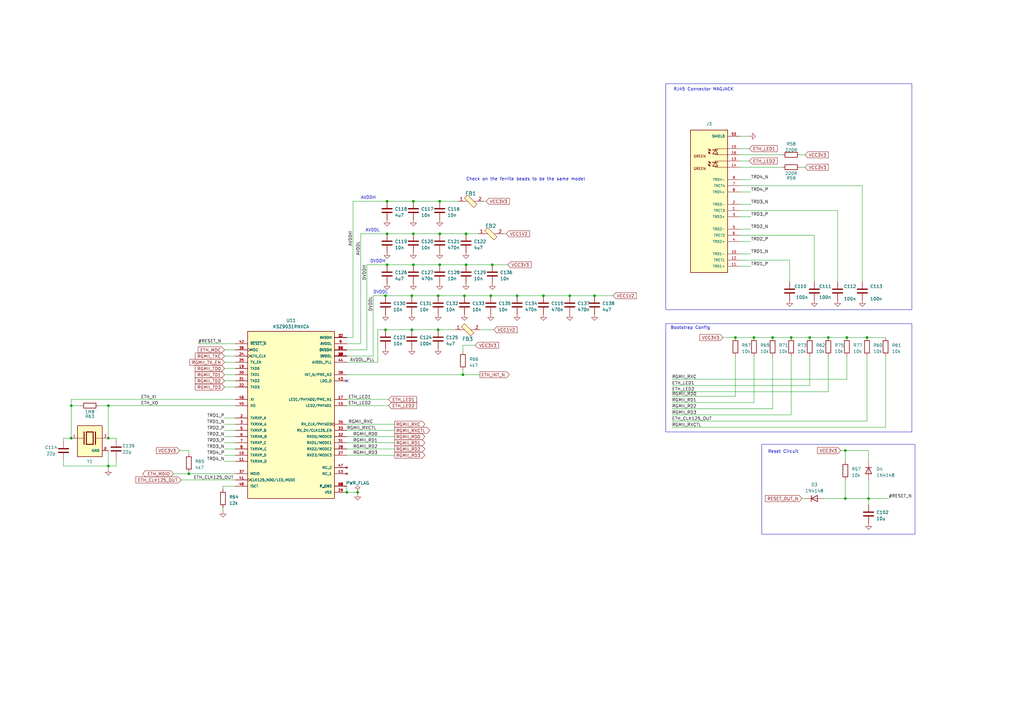
<source format=kicad_sch>
(kicad_sch (version 20230121) (generator eeschema)
  (paper "A3")
  (lib_symbols
    (symbol "ABM8G-27.000MHZ-18-D2Y-T:ABM8G-27.000MHZ-18-D2Y-T" (pin_names (offset 1.016))
      (property "Reference" "Y" (at -5.0878 6.3559 0))
      (property "Value" "ABM8G-27.000MHZ-18-D2Y-T" (at -5.0944 -10.16 0))
      (symbol "ABM8G-27.000MHZ-18-D2Y-T_0_0"
        (rectangle (start -5.08 -7.62) (end 5.08 5.08) (stroke (width 0.254)) (fill (type background)))
        (polyline (pts (xy -5.08 0) (xy -2.54 0)) (stroke (width 0.1524)))
        (polyline (pts (xy -2.3368 2.54) (xy -2.3368 -2.54)) (stroke (width 0.4064)))
        (polyline (pts (xy -1.397 2.54) (xy -1.397 -2.54)) (stroke (width 0.4064)))
        (polyline (pts (xy -1.397 2.54) (xy 1.397 2.54)) (stroke (width 0.4064)))
        (polyline (pts (xy 1.397 -2.54) (xy -1.397 -2.54)) (stroke (width 0.4064)))
        (polyline (pts (xy 1.397 2.54) (xy 1.397 -2.54)) (stroke (width 0.4064)))
        (polyline (pts (xy 2.3368 2.54) (xy 2.3368 -2.54)) (stroke (width 0.4064)))
        (polyline (pts (xy 2.54 0) (xy 5.08 0)) (stroke (width 0.1524)))
        (pin passive line (at -7.62 0 0) (length 2.54) (name "~") (number "1"))
        (pin power_in line (at 7.62 -5.08 180) (length 2.54) (name "GND") (number "2"))
        (pin passive line (at 7.62 0 180) (length 2.54) (name "~") (number "3"))
        (pin power_in line (at 7.62 -5.08 180) (length 2.54) (name "GND") (number "4"))
      )
    )
    (symbol "Device:C" (pin_numbers hide) (pin_names (offset 0.254))
      (property "Reference" "C" (at 0.635 2.54 0))
      (property "Value" "C" (at 0.635 -2.54 0))
      (symbol "C_0_1"
        (polyline (pts (xy -2.032 -0.762) (xy 2.032 -0.762)) (stroke (width 0.508)))
        (polyline (pts (xy -2.032 0.762) (xy 2.032 0.762)) (stroke (width 0.508)))
      )
      (symbol "C_1_1"
        (pin passive line (at 0 3.81 270) (length 2.794) (name "~") (number "1"))
        (pin passive line (at 0 -3.81 90) (length 2.794) (name "~") (number "2"))
      )
    )
    (symbol "Device:R" (pin_numbers hide) (pin_names (offset 0))
      (property "Reference" "R" (at 2.032 0 90))
      (property "Value" "R" (at 0 0 90))
      (symbol "R_0_1"
        (rectangle (start -1.016 -2.54) (end 1.016 2.54) (stroke (width 0.254)))
      )
      (symbol "R_1_1"
        (pin passive line (at 0 3.81 270) (length 1.27) (name "~") (number "1"))
        (pin passive line (at 0 -3.81 90) (length 1.27) (name "~") (number "2"))
      )
    )
    (symbol "Diode:1N4148" (pin_numbers hide) (pin_names hide)
      (property "Reference" "D" (at 0 2.54 0))
      (property "Value" "1N4148" (at 0 -2.54 0))
      (symbol "1N4148_0_1"
        (polyline (pts (xy -1.27 1.27) (xy -1.27 -1.27)) (stroke (width 0.254)))
        (polyline (pts (xy 1.27 0) (xy -1.27 0)))
        (polyline (pts (xy 1.27 1.27) (xy 1.27 -1.27) (xy -1.27 0) (xy 1.27 1.27)) (stroke (width 0.254)))
      )
      (symbol "1N4148_1_1"
        (pin passive line (at -3.81 0 0) (length 2.54) (name "K") (number "1"))
        (pin passive line (at 3.81 0 180) (length 2.54) (name "A") (number "2"))
      )
    )
    (symbol "KSZ9031RNXCA:KSZ9031RNXCA" (pin_names (offset 1.016))
      (property "Reference" "U" (at -17.78 34.29 0))
      (property "Value" "KSZ9031RNXCA" (at -17.78 -36.83 0))
      (symbol "KSZ9031RNXCA_0_0"
        (rectangle (start -17.78 -35.56) (end 17.78 33.02) (stroke (width 0.254)) (fill (type background)))
        (pin power_in line (at 22.86 30.48 180) (length 5.08) (name "AVDDH") (number "1"))
        (pin bidirectional line (at -22.86 -17.78 0) (length 5.08) (name "TXRXP_D") (number "10"))
        (pin bidirectional line (at -22.86 -20.32 0) (length 5.08) (name "TXRXM_D") (number "11"))
        (pin power_in line (at 22.86 30.48 180) (length 5.08) (name "AVDDH") (number "12"))
        (pin no_connect line (at 22.86 -25.4 180) (length 5.08) (name "NC_1") (number "13"))
        (pin power_in line (at 22.86 22.86 180) (length 5.08) (name "DVDDL") (number "14"))
        (pin bidirectional line (at 22.86 2.54 180) (length 5.08) (name "LED2/PHYAD1") (number "15"))
        (pin power_in line (at 22.86 25.4 180) (length 5.08) (name "DVDDH") (number "16"))
        (pin bidirectional line (at 22.86 5.08 180) (length 5.08) (name "LED1/PHYAD0/PME_N1") (number "17"))
        (pin power_in line (at 22.86 22.86 180) (length 5.08) (name "DVDDL") (number "18"))
        (pin input line (at -22.86 17.78 0) (length 5.08) (name "TXD0") (number "19"))
        (pin bidirectional line (at -22.86 -2.54 0) (length 5.08) (name "TXRXP_A") (number "2"))
        (pin input line (at -22.86 15.24 0) (length 5.08) (name "TXD1") (number "20"))
        (pin input line (at -22.86 12.7 0) (length 5.08) (name "TXD2") (number "21"))
        (pin input line (at -22.86 10.16 0) (length 5.08) (name "TXD3") (number "22"))
        (pin power_in line (at 22.86 22.86 180) (length 5.08) (name "DVDDL") (number "23"))
        (pin input clock (at -22.86 22.86 0) (length 5.08) (name "GTX_CLK") (number "24"))
        (pin input line (at -22.86 20.32 0) (length 5.08) (name "TX_EN") (number "25"))
        (pin power_in line (at 22.86 22.86 180) (length 5.08) (name "DVDDL") (number "26"))
        (pin bidirectional line (at 22.86 -17.78 180) (length 5.08) (name "RXD3/MODE3") (number "27"))
        (pin bidirectional line (at 22.86 -15.24 180) (length 5.08) (name "RXD2/MODE2") (number "28"))
        (pin power_in line (at 22.86 -33.02 180) (length 5.08) (name "VSS") (number "29"))
        (pin bidirectional line (at -22.86 -5.08 0) (length 5.08) (name "TXRXM_A") (number "3"))
        (pin power_in line (at 22.86 22.86 180) (length 5.08) (name "DVDDL") (number "30"))
        (pin bidirectional line (at 22.86 -12.7 180) (length 5.08) (name "RXD1/MODE1") (number "31"))
        (pin bidirectional line (at 22.86 -10.16 180) (length 5.08) (name "RXD0/MODE0") (number "32"))
        (pin bidirectional line (at 22.86 -7.62 180) (length 5.08) (name "RX_DV/CLK125_EN") (number "33"))
        (pin power_in line (at 22.86 25.4 180) (length 5.08) (name "DVDDH") (number "34"))
        (pin bidirectional clock (at 22.86 -5.08 180) (length 5.08) (name "RX_CLK/PHYAD2") (number "35"))
        (pin input clock (at -22.86 25.4 0) (length 5.08) (name "MDC") (number "36"))
        (pin bidirectional line (at -22.86 -25.4 0) (length 5.08) (name "MDIO") (number "37"))
        (pin output line (at 22.86 15.24 180) (length 5.08) (name "INT_N/PME_N2") (number "38"))
        (pin power_in line (at 22.86 22.86 180) (length 5.08) (name "DVDDL") (number "39"))
        (pin power_in line (at 22.86 27.94 180) (length 5.08) (name "AVDDL") (number "4"))
        (pin power_in line (at 22.86 25.4 180) (length 5.08) (name "DVDDH") (number "40"))
        (pin bidirectional clock (at -22.86 -27.94 0) (length 5.08) (name "CLK125_NDO/LED_MODE") (number "41"))
        (pin input line (at -22.86 27.94 0) (length 5.08) (name "~{RESET_N}") (number "42"))
        (pin output line (at 22.86 12.7 180) (length 5.08) (name "LDO_O") (number "43"))
        (pin power_in line (at 22.86 20.32 180) (length 5.08) (name "AVDDL_PLL") (number "44"))
        (pin output line (at -22.86 2.54 0) (length 5.08) (name "XO") (number "45"))
        (pin input line (at -22.86 5.08 0) (length 5.08) (name "XI") (number "46"))
        (pin no_connect line (at 22.86 -22.86 180) (length 5.08) (name "NC_2") (number "47"))
        (pin bidirectional line (at -22.86 -30.48 0) (length 5.08) (name "ISET") (number "48"))
        (pin power_in line (at 22.86 -30.48 180) (length 5.08) (name "P_GND") (number "49"))
        (pin bidirectional line (at -22.86 -7.62 0) (length 5.08) (name "TXRXP_B") (number "5"))
        (pin power_in line (at 22.86 -30.48 180) (length 5.08) (name "P_GND") (number "50"))
        (pin power_in line (at 22.86 -30.48 180) (length 5.08) (name "P_GND") (number "51"))
        (pin power_in line (at 22.86 -30.48 180) (length 5.08) (name "P_GND") (number "52"))
        (pin power_in line (at 22.86 -30.48 180) (length 5.08) (name "P_GND") (number "53"))
        (pin bidirectional line (at -22.86 -10.16 0) (length 5.08) (name "TXRXM_B") (number "6"))
        (pin bidirectional line (at -22.86 -12.7 0) (length 5.08) (name "TXRXP_C") (number "7"))
        (pin bidirectional line (at -22.86 -15.24 0) (length 5.08) (name "TXRXM_C") (number "8"))
        (pin power_in line (at 22.86 27.94 180) (length 5.08) (name "AVDDL") (number "9"))
      )
    )
    (symbol "L834-1G1T-S7:L834-1G1T-S7" (pin_names (offset 1.016))
      (property "Reference" "J" (at -7.62 29.21 0))
      (property "Value" "L834-1G1T-S7" (at -7.62 -31.75 0))
      (symbol "L834-1G1T-S7_0_0"
        (rectangle (start -7.62 -30.48) (end 7.62 27.94) (stroke (width 0.254)) (fill (type background)))
        (polyline (pts (xy -7.62 -20.32) (xy -2.54 -20.32)) (stroke (width 0.1524)))
        (polyline (pts (xy -7.62 -15.24) (xy -2.54 -15.24)) (stroke (width 0.1524)))
        (polyline (pts (xy -3.683 -22.352) (xy -2.54 -22.352)) (stroke (width 0.254)))
        (polyline (pts (xy -3.683 -17.272) (xy -2.54 -17.272)) (stroke (width 0.254)))
        (polyline (pts (xy -3.556 -20.701) (xy -2.54 -22.352)) (stroke (width 0.254)))
        (polyline (pts (xy -3.556 -20.701) (xy -1.524 -20.701)) (stroke (width 0.254)))
        (polyline (pts (xy -3.556 -15.621) (xy -2.54 -17.272)) (stroke (width 0.254)))
        (polyline (pts (xy -3.556 -15.621) (xy -1.524 -15.621)) (stroke (width 0.254)))
        (polyline (pts (xy -2.54 -22.86) (xy -7.62 -22.86)) (stroke (width 0.1524)))
        (polyline (pts (xy -2.54 -22.479) (xy -2.54 -22.86)) (stroke (width 0.1524)))
        (polyline (pts (xy -2.54 -22.352) (xy -1.524 -20.701)) (stroke (width 0.254)))
        (polyline (pts (xy -2.54 -22.352) (xy -1.27 -22.352)) (stroke (width 0.254)))
        (polyline (pts (xy -2.54 -20.32) (xy -2.54 -20.574)) (stroke (width 0.1524)))
        (polyline (pts (xy -2.54 -17.78) (xy -7.62 -17.78)) (stroke (width 0.1524)))
        (polyline (pts (xy -2.54 -17.399) (xy -2.54 -17.78)) (stroke (width 0.1524)))
        (polyline (pts (xy -2.54 -17.272) (xy -1.524 -15.621)) (stroke (width 0.254)))
        (polyline (pts (xy -2.54 -17.272) (xy -1.27 -17.272)) (stroke (width 0.254)))
        (polyline (pts (xy -2.54 -15.24) (xy -2.54 -15.494)) (stroke (width 0.1524)))
        (polyline (pts (xy -0.762 -21.717) (xy 0.254 -22.733)) (stroke (width 0.1524)))
        (polyline (pts (xy -0.762 -16.637) (xy 0.254 -17.653)) (stroke (width 0.1524)))
        (polyline (pts (xy -0.635 -20.574) (xy 0.381 -21.59)) (stroke (width 0.1524)))
        (polyline (pts (xy -0.635 -15.494) (xy 0.381 -16.51)) (stroke (width 0.1524)))
        (polyline (pts (xy 0.254 -22.733) (xy -0.127 -21.844) (xy -0.635 -22.352) (xy 0.254 -22.733)) (stroke (width 0.1524)) (fill (type outline)))
        (polyline (pts (xy 0.254 -17.653) (xy -0.127 -16.764) (xy -0.635 -17.272) (xy 0.254 -17.653)) (stroke (width 0.1524)) (fill (type outline)))
        (polyline (pts (xy 0.381 -21.59) (xy 0 -20.701) (xy -0.508 -21.209) (xy 0.381 -21.59)) (stroke (width 0.1524)) (fill (type outline)))
        (polyline (pts (xy 0.381 -16.51) (xy 0 -15.621) (xy -0.508 -16.129) (xy 0.381 -16.51)) (stroke (width 0.1524)) (fill (type outline)))
        (text "GREEN" (at 1.27 -20.32 0) (effects (font (size 1.016 1.016)) (justify left top)))
        (text "GREEN" (at 1.27 -15.24 0) (effects (font (size 1.016 1.016)) (justify left top)))
        (pin passive line (at -12.7 2.54 0) (length 5.08) (name "TRCT3") (number "1"))
        (pin passive line (at -12.7 20.32 0) (length 5.08) (name "TRD1-") (number "10"))
        (pin passive line (at -12.7 25.4 0) (length 5.08) (name "TRD1+") (number "11"))
        (pin passive line (at -12.7 22.86 0) (length 5.08) (name "TRCT1") (number "12"))
        (pin passive line (at -12.7 -17.78 0) (length 5.08) (name "~") (number "13"))
        (pin passive line (at -12.7 -15.24 0) (length 5.08) (name "~") (number "14"))
        (pin passive line (at -12.7 -22.86 0) (length 5.08) (name "~") (number "15"))
        (pin passive line (at -12.7 -20.32 0) (length 5.08) (name "~") (number "16"))
        (pin passive line (at -12.7 0 0) (length 5.08) (name "TRD3-") (number "2"))
        (pin passive line (at -12.7 5.08 0) (length 5.08) (name "TRD3+") (number "3"))
        (pin passive line (at -12.7 15.24 0) (length 5.08) (name "TRD2+") (number "4"))
        (pin passive line (at -12.7 10.16 0) (length 5.08) (name "TRD2-") (number "5"))
        (pin passive line (at -12.7 12.7 0) (length 5.08) (name "TRCT2") (number "6"))
        (pin passive line (at -12.7 -7.62 0) (length 5.08) (name "TRCT4") (number "7"))
        (pin passive line (at -12.7 -5.08 0) (length 5.08) (name "TRD4+") (number "8"))
        (pin passive line (at -12.7 -10.16 0) (length 5.08) (name "TRD4-") (number "9"))
        (pin passive line (at -12.7 -27.94 0) (length 5.08) (name "SHIELD") (number "S1"))
        (pin passive line (at -12.7 -27.94 0) (length 5.08) (name "SHIELD") (number "S2"))
      )
    )
    (symbol "dk_Ferrite-Beads-and-Chips:BLM18PG121SN1D" (pin_names (offset 1.016))
      (property "Reference" "FB" (at -3.81 3.81 0))
      (property "Value" "BLM18PG121SN1D" (at 0 -3.81 0))
      (symbol "BLM18PG121SN1D_0_1"
        (polyline (pts (xy -1.27 0) (xy -2.54 0)))
        (polyline (pts (xy 1.27 0) (xy 2.54 0)))
        (polyline (pts (xy -1.27 2.54) (xy -2.54 1.27) (xy 1.27 -2.54) (xy 2.54 -1.27) (xy -1.27 2.54)) (fill (type background)))
      )
      (symbol "BLM18PG121SN1D_1_1"
        (pin passive line (at -5.08 0 0) (length 2.54) (name "~") (number "1"))
        (pin passive line (at 5.08 0 180) (length 2.54) (name "~") (number "2"))
      )
    )
    (symbol "power:GND" (power) (pin_names (offset 0))
      (property "Value" "GND" (at 0 -3.81 0))
      (symbol "GND_0_1"
        (polyline (pts (xy 0 0) (xy 0 -1.27) (xy 1.27 -1.27) (xy 0 -2.54) (xy -1.27 -1.27) (xy 0 -1.27)))
      )
      (symbol "GND_1_1"
        (pin power_in line (at 0 0 270) (length 0) hide (name "GND") (number "1"))
      )
    )
    (symbol "power:PWR_FLAG" (power) (pin_numbers hide) (pin_names (offset 0) hide)
      (property "Value" "PWR_FLAG" (at 0 3.81 0))
      (symbol "PWR_FLAG_0_0"
        (pin power_out line (at 0 0 90) (length 0) (name "pwr") (number "1"))
      )
      (symbol "PWR_FLAG_0_1"
        (polyline (pts (xy 0 0) (xy 0 1.27) (xy -1.016 1.905) (xy 0 2.54) (xy 1.016 1.905) (xy 0 1.27)))
      )
    )
  )
  (junction (at 189.865 153.67))
  (junction (at 158.75 95.885))
  (junction (at 191.135 95.885))
  (junction (at 346.71 204.47))
  (junction (at 301.625 138.43))
  (junction (at 180.34 95.885))
  (junction (at 201.93 108.585))
  (junction (at 44.45 166.37))
  (junction (at 347.345 138.43))
  (junction (at 356.235 204.47))
  (junction (at 243.84 121.285))
  (junction (at 146.685 201.93))
  (junction (at 77.47 194.31))
  (junction (at 324.485 138.43))
  (junction (at 169.545 108.585))
  (junction (at 29.21 166.37))
  (junction (at 190.5 121.285))
  (junction (at 44.45 191.135))
  (junction (at 222.885 121.285))
  (junction (at 355.6 138.43))
  (junction (at 316.865 138.43))
  (junction (at 309.245 138.43))
  (junction (at 169.545 95.885))
  (junction (at 168.91 121.285))
  (junction (at 179.705 135.255))
  (junction (at 332.105 138.43))
  (junction (at 158.75 82.55))
  (junction (at 44.45 179.705))
  (junction (at 29.21 179.705))
  (junction (at 212.09 121.285))
  (junction (at 158.115 121.285))
  (junction (at 179.705 121.285))
  (junction (at 233.68 121.285))
  (junction (at 201.295 121.285))
  (junction (at 339.725 138.43))
  (junction (at 158.115 135.255))
  (junction (at 142.24 201.93))
  (junction (at 346.71 184.785))
  (junction (at 168.91 135.255))
  (junction (at 180.34 108.585))
  (junction (at 180.34 82.55))
  (junction (at 191.135 108.585))
  (junction (at 158.75 108.585))
  (junction (at 169.545 82.55))
  (no_connect (at 142.24 156.21))
  (wire (pts (xy 142.24 163.83) (xy 159.385 163.83)))
  (wire (pts (xy 77.47 184.785) (xy 77.47 186.055)))
  (wire (pts (xy 332.105 146.05) (xy 332.105 158.115)))
  (wire (pts (xy 301.625 138.43) (xy 309.245 138.43)))
  (wire (pts (xy 316.865 138.43) (xy 324.485 138.43)))
  (wire (pts (xy 92.075 186.69) (xy 96.52 186.69)))
  (wire (pts (xy 142.24 166.37) (xy 159.385 166.37)))
  (wire (pts (xy 303.53 63.5) (xy 320.675 63.5)))
  (wire (pts (xy 142.24 176.53) (xy 161.925 176.53)))
  (wire (pts (xy 356.235 204.47) (xy 364.49 204.47)))
  (wire (pts (xy 154.94 135.255) (xy 154.94 148.59)))
  (wire (pts (xy 168.91 121.285) (xy 179.705 121.285)))
  (wire (pts (xy 92.075 171.45) (xy 96.52 171.45)))
  (wire (pts (xy 339.725 146.05) (xy 339.725 160.655)))
  (wire (pts (xy 303.53 66.04) (xy 307.34 66.04)))
  (wire (pts (xy 324.485 146.05) (xy 324.485 170.18)))
  (wire (pts (xy 363.22 175.26) (xy 363.22 146.05)))
  (wire (pts (xy 303.53 60.96) (xy 307.34 60.96)))
  (wire (pts (xy 44.45 191.135) (xy 44.45 184.785)))
  (wire (pts (xy 74.295 196.85) (xy 96.52 196.85)))
  (wire (pts (xy 303.53 93.98) (xy 307.975 93.98)))
  (wire (pts (xy 275.59 167.64) (xy 316.865 167.64)))
  (wire (pts (xy 44.45 166.37) (xy 44.45 179.705)))
  (wire (pts (xy 29.21 166.37) (xy 29.21 179.705)))
  (wire (pts (xy 347.345 138.43) (xy 355.6 138.43)))
  (wire (pts (xy 303.53 55.88) (xy 307.34 55.88)))
  (wire (pts (xy 92.075 148.59) (xy 96.52 148.59)))
  (wire (pts (xy 332.105 138.43) (xy 339.725 138.43)))
  (wire (pts (xy 191.135 95.885) (xy 196.215 95.885)))
  (wire (pts (xy 26.035 188.595) (xy 26.035 191.135)))
  (wire (pts (xy 303.53 99.06) (xy 307.975 99.06)))
  (wire (pts (xy 92.075 151.13) (xy 96.52 151.13)))
  (wire (pts (xy 142.24 173.99) (xy 161.925 173.99)))
  (wire (pts (xy 301.625 146.05) (xy 301.625 162.56)))
  (wire (pts (xy 142.24 201.93) (xy 146.685 201.93)))
  (wire (pts (xy 353.695 76.2) (xy 353.695 115.57)))
  (wire (pts (xy 346.71 184.785) (xy 346.71 189.23)))
  (wire (pts (xy 29.21 166.37) (xy 33.02 166.37)))
  (wire (pts (xy 303.53 104.14) (xy 307.975 104.14)))
  (wire (pts (xy 343.535 86.36) (xy 343.535 115.57)))
  (wire (pts (xy 47.625 187.96) (xy 47.625 191.135)))
  (wire (pts (xy 40.64 166.37) (xy 44.45 166.37)))
  (wire (pts (xy 150.495 143.51) (xy 150.495 108.585)))
  (wire (pts (xy 142.24 153.67) (xy 189.865 153.67)))
  (wire (pts (xy 324.485 138.43) (xy 332.105 138.43)))
  (wire (pts (xy 92.075 181.61) (xy 96.52 181.61)))
  (wire (pts (xy 153.035 146.05) (xy 142.24 146.05)))
  (wire (pts (xy 168.91 135.255) (xy 179.705 135.255)))
  (wire (pts (xy 303.53 76.2) (xy 353.695 76.2)))
  (wire (pts (xy 303.53 83.82) (xy 307.975 83.82)))
  (wire (pts (xy 356.235 204.47) (xy 356.235 196.85)))
  (wire (pts (xy 196.85 135.255) (xy 202.565 135.255)))
  (wire (pts (xy 275.59 155.575) (xy 347.345 155.575)))
  (wire (pts (xy 153.035 121.285) (xy 158.115 121.285)))
  (wire (pts (xy 275.59 165.1) (xy 309.245 165.1)))
  (wire (pts (xy 144.78 138.43) (xy 144.78 82.55)))
  (wire (pts (xy 44.45 192.405) (xy 44.45 191.135)))
  (wire (pts (xy 81.28 140.97) (xy 96.52 140.97)))
  (wire (pts (xy 212.09 121.285) (xy 222.885 121.285)))
  (wire (pts (xy 169.545 95.885) (xy 180.34 95.885)))
  (wire (pts (xy 275.59 162.56) (xy 301.625 162.56)))
  (wire (pts (xy 153.035 121.285) (xy 153.035 146.05)))
  (wire (pts (xy 47.625 179.705) (xy 44.45 179.705)))
  (wire (pts (xy 296.545 138.43) (xy 301.625 138.43)))
  (wire (pts (xy 147.955 95.885) (xy 158.75 95.885)))
  (wire (pts (xy 77.47 193.675) (xy 77.47 194.31)))
  (wire (pts (xy 142.24 181.61) (xy 161.925 181.61)))
  (wire (pts (xy 344.805 184.785) (xy 346.71 184.785)))
  (wire (pts (xy 328.93 204.47) (xy 330.2 204.47)))
  (wire (pts (xy 347.345 146.05) (xy 347.345 155.575)))
  (wire (pts (xy 180.34 95.885) (xy 191.135 95.885)))
  (wire (pts (xy 146.685 201.93) (xy 146.685 202.565)))
  (wire (pts (xy 194.945 141.605) (xy 189.865 141.605)))
  (wire (pts (xy 29.21 163.83) (xy 29.21 166.37)))
  (wire (pts (xy 180.34 108.585) (xy 191.135 108.585)))
  (wire (pts (xy 355.6 146.05) (xy 355.6 172.72)))
  (wire (pts (xy 73.66 184.785) (xy 77.47 184.785)))
  (wire (pts (xy 303.53 88.9) (xy 307.975 88.9)))
  (wire (pts (xy 189.865 141.605) (xy 189.865 144.145)))
  (wire (pts (xy 158.75 82.55) (xy 169.545 82.55)))
  (wire (pts (xy 337.82 204.47) (xy 346.71 204.47)))
  (wire (pts (xy 92.075 179.07) (xy 96.52 179.07)))
  (wire (pts (xy 91.44 208.28) (xy 91.44 209.55)))
  (wire (pts (xy 147.955 140.97) (xy 147.955 95.885)))
  (wire (pts (xy 303.53 73.66) (xy 307.975 73.66)))
  (wire (pts (xy 198.12 82.55) (xy 199.39 82.55)))
  (wire (pts (xy 303.53 78.74) (xy 307.975 78.74)))
  (wire (pts (xy 144.78 82.55) (xy 158.75 82.55)))
  (wire (pts (xy 142.24 138.43) (xy 144.78 138.43)))
  (wire (pts (xy 303.53 86.36) (xy 343.535 86.36)))
  (wire (pts (xy 206.375 95.885) (xy 207.645 95.885)))
  (wire (pts (xy 190.5 121.285) (xy 201.295 121.285)))
  (wire (pts (xy 150.495 108.585) (xy 158.75 108.585)))
  (wire (pts (xy 201.93 108.585) (xy 208.28 108.585)))
  (wire (pts (xy 323.85 106.68) (xy 323.85 115.57)))
  (wire (pts (xy 356.235 184.785) (xy 356.235 189.23)))
  (wire (pts (xy 92.075 173.99) (xy 96.52 173.99)))
  (wire (pts (xy 77.47 194.31) (xy 96.52 194.31)))
  (wire (pts (xy 189.865 153.67) (xy 189.865 151.765)))
  (wire (pts (xy 96.52 199.39) (xy 91.44 199.39)))
  (wire (pts (xy 26.035 179.705) (xy 26.035 180.975)))
  (wire (pts (xy 169.545 108.585) (xy 180.34 108.585)))
  (wire (pts (xy 346.71 184.785) (xy 356.235 184.785)))
  (wire (pts (xy 339.725 138.43) (xy 347.345 138.43)))
  (wire (pts (xy 142.24 143.51) (xy 150.495 143.51)))
  (wire (pts (xy 334.01 96.52) (xy 334.01 115.57)))
  (wire (pts (xy 92.075 189.23) (xy 96.52 189.23)))
  (wire (pts (xy 92.075 146.05) (xy 96.52 146.05)))
  (wire (pts (xy 243.84 121.285) (xy 251.46 121.285)))
  (wire (pts (xy 92.075 153.67) (xy 96.52 153.67)))
  (wire (pts (xy 356.235 204.47) (xy 356.235 207.01)))
  (wire (pts (xy 26.035 179.705) (xy 29.21 179.705)))
  (wire (pts (xy 26.035 191.135) (xy 44.45 191.135)))
  (wire (pts (xy 92.075 156.21) (xy 96.52 156.21)))
  (wire (pts (xy 142.24 140.97) (xy 147.955 140.97)))
  (wire (pts (xy 169.545 82.55) (xy 180.34 82.55)))
  (wire (pts (xy 142.24 199.39) (xy 142.24 201.93)))
  (wire (pts (xy 91.44 199.39) (xy 91.44 200.66)))
  (wire (pts (xy 328.295 68.58) (xy 330.2 68.58)))
  (wire (pts (xy 158.75 108.585) (xy 169.545 108.585)))
  (wire (pts (xy 142.24 179.07) (xy 161.925 179.07)))
  (wire (pts (xy 303.53 106.68) (xy 323.85 106.68)))
  (wire (pts (xy 275.59 158.115) (xy 332.105 158.115)))
  (wire (pts (xy 201.295 121.285) (xy 212.09 121.285)))
  (wire (pts (xy 222.885 121.285) (xy 233.68 121.285)))
  (wire (pts (xy 309.245 146.05) (xy 309.245 165.1)))
  (wire (pts (xy 233.68 121.285) (xy 243.84 121.285)))
  (wire (pts (xy 189.865 153.67) (xy 196.85 153.67)))
  (wire (pts (xy 179.705 135.255) (xy 186.69 135.255)))
  (wire (pts (xy 158.75 95.885) (xy 169.545 95.885)))
  (wire (pts (xy 92.075 176.53) (xy 96.52 176.53)))
  (wire (pts (xy 346.71 196.85) (xy 346.71 204.47)))
  (wire (pts (xy 44.45 166.37) (xy 96.52 166.37)))
  (wire (pts (xy 154.94 148.59) (xy 142.24 148.59)))
  (wire (pts (xy 275.59 172.72) (xy 355.6 172.72)))
  (wire (pts (xy 316.865 146.05) (xy 316.865 167.64)))
  (wire (pts (xy 47.625 179.705) (xy 47.625 180.34)))
  (wire (pts (xy 346.71 204.47) (xy 356.235 204.47)))
  (wire (pts (xy 180.34 82.55) (xy 187.96 82.55)))
  (wire (pts (xy 275.59 170.18) (xy 324.485 170.18)))
  (wire (pts (xy 275.59 160.655) (xy 339.725 160.655)))
  (wire (pts (xy 154.94 135.255) (xy 158.115 135.255)))
  (wire (pts (xy 71.12 194.31) (xy 77.47 194.31)))
  (wire (pts (xy 303.53 96.52) (xy 334.01 96.52)))
  (wire (pts (xy 92.075 184.15) (xy 96.52 184.15)))
  (wire (pts (xy 179.705 121.285) (xy 190.5 121.285)))
  (wire (pts (xy 191.135 108.585) (xy 201.93 108.585)))
  (wire (pts (xy 275.59 175.26) (xy 363.22 175.26)))
  (wire (pts (xy 92.075 158.75) (xy 96.52 158.75)))
  (wire (pts (xy 303.53 109.22) (xy 307.975 109.22)))
  (wire (pts (xy 44.45 191.135) (xy 47.625 191.135)))
  (wire (pts (xy 29.21 163.83) (xy 96.52 163.83)))
  (wire (pts (xy 92.075 143.51) (xy 96.52 143.51)))
  (wire (pts (xy 355.6 138.43) (xy 363.22 138.43)))
  (wire (pts (xy 142.24 184.15) (xy 161.925 184.15)))
  (wire (pts (xy 158.115 135.255) (xy 168.91 135.255)))
  (wire (pts (xy 142.24 186.69) (xy 161.925 186.69)))
  (wire (pts (xy 303.53 68.58) (xy 320.675 68.58)))
  (wire (pts (xy 309.245 138.43) (xy 316.865 138.43)))
  (wire (pts (xy 328.295 63.5) (xy 330.2 63.5)))
  (wire (pts (xy 158.115 121.285) (xy 168.91 121.285)))
  (rectangle (start 273.05 34.29) (end 374.015 127))
  (rectangle (start 273.05 132.715) (end 374.015 177.165))
  (rectangle (start 312.42 182.245) (end 375.285 219.075))
  (text "AVDDL\n" (at 149.86 95.25 0) (effects (font (size 1.27 1.27)) (justify left bottom)))
  (text "DVDDL\n" (at 153.035 120.65 0) (effects (font (size 1.27 1.27)) (justify left bottom)))
  (text "Reset Circuit\n" (at 314.96 186.055 0) (effects (font (size 1.27 1.27)) (justify left bottom)))
  (text "Bootstrap Config\n" (at 274.955 135.255 0) (effects (font (size 1.27 1.27)) (justify left bottom)))
  (text "AVDDH\n" (at 147.955 81.915 0) (effects (font (size 1.27 1.27)) (justify left bottom)))
  (text "Check on the ferrite beads to be the same model\n" (at 191.135 74.295 0) (effects (font (size 1.27 1.27)) (justify left bottom)))
  (text "DVDDH\n" (at 151.765 107.95 0) (effects (font (size 1.27 1.27)) (justify left bottom)))
  (text "RJ45 Connector MAGJACK\n" (at 276.225 37.465 0) (effects (font (size 1.27 1.27)) (justify left bottom)))
  (label "RGMII_RXCTL" (at 275.59 175.26 0))
  (label "TRD2_N" (at 92.075 179.07 180))
  (label "RGMII_RD1" (at 275.59 165.1 0))
  (label "ETH_XO" (at 57.785 166.37 0))
  (label "TRD3_N" (at 307.975 83.82 0))
  (label "TRD1_N" (at 92.075 173.99 180))
  (label "AVDDH" (at 144.78 100.965 90))
  (label "RGMII_RD3" (at 275.59 170.18 0))
  (label "AVDDL" (at 147.955 104.775 90))
  (label "TRD1_N" (at 307.975 104.14 0))
  (label "TRD2_P" (at 92.075 176.53 180))
  (label "#RESET_N" (at 364.49 204.47 0))
  (label "#RESET_N" (at 81.28 140.97 0))
  (label "RGMII_RXC" (at 142.875 173.99 0))
  (label "AVDDL_PLL" (at 143.51 148.59 0))
  (label "ETH_LED2" (at 275.59 160.655 0))
  (label "TRD1_P" (at 307.975 109.22 0))
  (label "ETH_LED1" (at 142.875 163.83 0))
  (label "RGMII_RD2" (at 144.78 184.15 0))
  (label "TRD3_P" (at 307.975 88.9 0))
  (label "RGMII_RXC" (at 275.59 155.575 0))
  (label "TRD2_N" (at 307.975 93.98 0))
  (label "TRD3_P" (at 92.075 181.61 180))
  (label "ETH_XI" (at 57.785 163.83 0))
  (label "ETH_LED1" (at 275.59 158.115 0))
  (label "DVDDH" (at 150.495 114.935 90))
  (label "RGMII_RD1" (at 144.78 181.61 0))
  (label "RGMII_RD0" (at 144.78 179.07 0))
  (label "RGMII_RD0" (at 275.59 162.56 0))
  (label "ETH_LED2" (at 142.875 166.37 0))
  (label "TRD4_P" (at 92.075 186.69 180))
  (label "ETH_CLK125_OUT" (at 79.375 196.85 0))
  (label "TRD2_P" (at 307.975 99.06 0))
  (label "TRD4_P" (at 307.975 78.74 0))
  (label "RGMII_RXCTL" (at 142.24 176.53 0))
  (label "TRD3_N" (at 92.075 184.15 180))
  (label "RGMII_RD2" (at 275.59 167.64 0))
  (label "DVDDL" (at 153.035 127.635 90))
  (label "ETH_CLK125_OUT" (at 275.59 172.72 0))
  (label "RGMII_RD3" (at 144.78 186.69 0))
  (label "TRD4_N" (at 92.075 189.23 180))
  (label "TRD1_P" (at 92.075 171.45 180))
  (label "TRD4_N" (at 307.975 73.66 0))
  (global_label "ETH_LED2" (shape input) (at 159.385 166.37 0) (property "Intersheetrefs" "${INTERSHEET_REFS}" (effects hide)))
  (global_label "RGMII_TD2" (shape input) (at 92.075 156.21 180) (property "Intersheetrefs" "${INTERSHEET_REFS}" (effects hide)))
  (global_label "VCC3V3" (shape input) (at 330.2 63.5 0) (property "Intersheetrefs" "${INTERSHEET_REFS}" (effects hide)))
  (global_label "ETH_CLK125_OUT" (shape input) (at 74.295 196.85 180) (property "Intersheetrefs" "${INTERSHEET_REFS}" (effects hide)))
  (global_label "RGMII_TD3" (shape input) (at 92.075 158.75 180) (property "Intersheetrefs" "${INTERSHEET_REFS}" (effects hide)))
  (global_label "RGMII_TXC" (shape input) (at 92.075 146.05 180) (property "Intersheetrefs" "${INTERSHEET_REFS}" (effects hide)))
  (global_label "ETH_INT_N" (shape output) (at 196.85 153.67 0) (property "Intersheetrefs" "${INTERSHEET_REFS}" (effects hide)))
  (global_label "ETH_LED1" (shape input) (at 159.385 163.83 0) (property "Intersheetrefs" "${INTERSHEET_REFS}" (effects hide)))
  (global_label "RGMII_RD0" (shape output) (at 161.925 179.07 0) (property "Intersheetrefs" "${INTERSHEET_REFS}" (effects hide)))
  (global_label "VCC1V2" (shape input) (at 251.46 121.285 0) (property "Intersheetrefs" "${INTERSHEET_REFS}" (effects hide)))
  (global_label "RGMII_RXC" (shape output) (at 161.925 173.99 0) (property "Intersheetrefs" "${INTERSHEET_REFS}" (effects hide)))
  (global_label "RGMII_RD2" (shape output) (at 161.925 184.15 0) (property "Intersheetrefs" "${INTERSHEET_REFS}" (effects hide)))
  (global_label "ETH_LED1" (shape input) (at 307.34 60.96 0) (property "Intersheetrefs" "${INTERSHEET_REFS}" (effects hide)))
  (global_label "RGMII_TD0" (shape input) (at 92.075 151.13 180) (property "Intersheetrefs" "${INTERSHEET_REFS}" (effects hide)))
  (global_label "VCC3V3" (shape input) (at 194.945 141.605 0) (property "Intersheetrefs" "${INTERSHEET_REFS}" (effects hide)))
  (global_label "VCC3V3" (shape input) (at 73.66 184.785 180) (property "Intersheetrefs" "${INTERSHEET_REFS}" (effects hide)))
  (global_label "VCC1V2" (shape input) (at 202.565 135.255 0) (property "Intersheetrefs" "${INTERSHEET_REFS}" (effects hide)))
  (global_label "RGMII_RD1" (shape output) (at 161.925 181.61 0) (property "Intersheetrefs" "${INTERSHEET_REFS}" (effects hide)))
  (global_label "VCC3V3" (shape input) (at 199.39 82.55 0) (property "Intersheetrefs" "${INTERSHEET_REFS}" (effects hide)))
  (global_label "VCC3V3" (shape input) (at 330.2 68.58 0) (property "Intersheetrefs" "${INTERSHEET_REFS}" (effects hide)))
  (global_label "VCC3V3" (shape input) (at 208.28 108.585 0) (property "Intersheetrefs" "${INTERSHEET_REFS}" (effects hide)))
  (global_label "VCC1V2" (shape input) (at 207.645 95.885 0) (property "Intersheetrefs" "${INTERSHEET_REFS}" (effects hide)))
  (global_label "RGMII_RD3" (shape output) (at 161.925 186.69 0) (property "Intersheetrefs" "${INTERSHEET_REFS}" (effects hide)))
  (global_label "ETH_MDIO" (shape bidirectional) (at 71.12 194.31 180) (property "Intersheetrefs" "${INTERSHEET_REFS}" (effects hide)))
  (global_label "VCC3V3" (shape input) (at 344.805 184.785 180) (property "Intersheetrefs" "${INTERSHEET_REFS}" (effects hide)))
  (global_label "RESET_OUT_N" (shape input) (at 328.93 204.47 180) (property "Intersheetrefs" "${INTERSHEET_REFS}" (effects hide)))
  (global_label "RGMII_RXCTL" (shape output) (at 161.925 176.53 0) (property "Intersheetrefs" "${INTERSHEET_REFS}" (effects hide)))
  (global_label "ETH_MDC" (shape input) (at 92.075 143.51 180) (property "Intersheetrefs" "${INTERSHEET_REFS}" (effects hide)))
  (global_label "ETH_LED2" (shape input) (at 307.34 66.04 0) (property "Intersheetrefs" "${INTERSHEET_REFS}" (effects hide)))
  (global_label "VCC3V3" (shape input) (at 296.545 138.43 180) (property "Intersheetrefs" "${INTERSHEET_REFS}" (effects hide)))
  (global_label "RGMII_TX_EN" (shape input) (at 92.075 148.59 180) (property "Intersheetrefs" "${INTERSHEET_REFS}" (effects hide)))
  (global_label "RGMII_TD1" (shape input) (at 92.075 153.67 180) (property "Intersheetrefs" "${INTERSHEET_REFS}" (effects hide)))
  (symbol (lib_id "Device:C") (at 179.705 139.065 0) (unit 1)
    (property "Reference" "C125" (at 182.88 138.43 0) (effects (justify left)))
    (property "Value" "4u7" (at 182.88 140.97 0) (effects (justify left)))
    (property "Footprint" "GRM21BR71A475KE51L:CAPC2012X140N" (effects hide))
  )
  (symbol (lib_id "power:GND") (at 158.115 128.905 0) (unit 1)
    (property "Reference" "#PWR078" (effects hide))
    (property "Value" "GND" (effects hide))
  )
  (symbol (lib_id "power:GND") (at 201.93 116.205 0) (unit 1)
    (property "Reference" "#PWR093" (effects hide))
    (property "Value" "GND" (effects hide))
  )
  (symbol (lib_id "power:GND") (at 222.885 128.905 0) (unit 1)
    (property "Reference" "#PWR063" (effects hide))
    (property "Value" "GND" (effects hide))
  )
  (symbol (lib_id "power:GND") (at 168.91 142.875 0) (unit 1)
    (property "Reference" "#PWR072" (effects hide))
    (property "Value" "GND" (effects hide))
  )
  (symbol (lib_id "power:GND") (at 44.45 192.405 0) (unit 1)
    (property "Reference" "#PWR062" (effects hide))
    (property "Value" "GND" (effects hide))
  )
  (symbol (lib_id "power:GND") (at 179.705 128.905 0) (unit 1)
    (property "Reference" "#PWR080" (effects hide))
    (property "Value" "GND" (effects hide))
  )
  (symbol (lib_id "power:GND") (at 343.535 123.19 0) (unit 1)
    (property "Reference" "#PWR096" (effects hide))
    (property "Value" "GND" (effects hide))
  )
  (symbol (lib_id "power:GND") (at 353.695 123.19 0) (unit 1)
    (property "Reference" "#PWR097" (effects hide))
    (property "Value" "GND" (effects hide))
  )
  (symbol (lib_id "power:GND") (at 191.135 116.205 0) (unit 1)
    (property "Reference" "#PWR092" (effects hide))
    (property "Value" "GND" (effects hide))
  )
  (symbol (lib_id "Device:C") (at 191.135 99.695 0) (unit 1)
    (property "Reference" "C122" (at 194.31 99.06 0) (effects (justify left)))
    (property "Value" "4u7" (at 194.31 101.6 0) (effects (justify left)))
    (property "Footprint" "GRM21BR71A475KE51L:CAPC2012X140N" (effects hide))
  )
  (symbol (lib_id "Device:R") (at 309.245 142.24 0) (unit 1)
    (property "Reference" "R69" (at 311.785 141.605 0) (effects (justify left)))
    (property "Value" "10k" (at 311.785 144.145 0) (effects (justify left)))
    (property "Footprint" "CR0402-FX-1002GLF:RESC1005X40N" (effects hide))
  )
  (symbol (lib_id "Device:C") (at 168.91 139.065 0) (unit 1)
    (property "Reference" "C124" (at 172.085 138.43 0) (effects (justify left)))
    (property "Value" "100n" (at 172.085 140.97 0) (effects (justify left)))
    (property "Footprint" "GRM155R71C104KA88J:G-155_MUR" (effects hide))
  )
  (symbol (lib_id "power:GND") (at 356.235 214.63 0) (unit 1)
    (property "Reference" "#PWR055" (effects hide))
    (property "Value" "GND" (effects hide))
  )
  (symbol (lib_id "Device:C") (at 169.545 86.36 0) (unit 1)
    (property "Reference" "C117" (at 172.72 85.725 0) (effects (justify left)))
    (property "Value" "10n" (at 172.72 88.265 0) (effects (justify left)))
    (property "Footprint" "GRM155R71C103KA01D:CAPC1005X55N" (effects hide))
  )
  (symbol (lib_id "Device:C") (at 158.75 99.695 0) (unit 1)
    (property "Reference" "C119" (at 161.925 99.06 0) (effects (justify left)))
    (property "Value" "10n" (at 161.925 101.6 0) (effects (justify left)))
    (property "Footprint" "GRM155R71C103KA01D:CAPC1005X55N" (effects hide))
  )
  (symbol (lib_id "Device:C") (at 158.75 112.395 0) (unit 1)
    (property "Reference" "C126" (at 161.925 111.76 0) (effects (justify left)))
    (property "Value" "4u7" (at 161.925 114.3 0) (effects (justify left)))
    (property "Footprint" "GRM21BR71A475KE51L:CAPC2012X140N" (effects hide))
  )
  (symbol (lib_id "power:GND") (at 243.84 128.905 0) (unit 1)
    (property "Reference" "#PWR095" (effects hide))
    (property "Value" "GND" (effects hide))
  )
  (symbol (lib_id "power:GND") (at 201.295 128.905 0) (unit 1)
    (property "Reference" "#PWR077" (effects hide))
    (property "Value" "GND" (effects hide))
  )
  (symbol (lib_id "Device:R") (at 189.865 147.955 0) (unit 1)
    (property "Reference" "R66" (at 192.405 147.32 0) (effects (justify left)))
    (property "Value" "4k7" (at 192.405 149.86 0) (effects (justify left)))
    (property "Footprint" "RC0402FR_074K7L:RESC1005X40" (effects hide))
  )
  (symbol (lib_id "Device:C") (at 353.695 119.38 0) (unit 1)
    (property "Reference" "C113" (at 356.87 117.475 0) (effects (justify left)))
    (property "Value" "100n" (at 356.87 122.555 0) (effects (justify left)))
    (property "Footprint" "GRM155R71C104KA88J:G-155_MUR" (effects hide))
  )
  (symbol (lib_id "Device:C") (at 169.545 112.395 0) (unit 1)
    (property "Reference" "C127" (at 172.72 111.76 0) (effects (justify left)))
    (property "Value" "470n" (at 172.72 114.3 0) (effects (justify left)))
    (property "Footprint" "GRM155R60J474KE19D:CAPC1005X55N" (effects hide))
  )
  (symbol (lib_id "Device:R") (at 91.44 204.47 0) (unit 1)
    (property "Reference" "R64" (at 93.98 203.835 0) (effects (justify left)))
    (property "Value" "12k" (at 93.98 206.375 0) (effects (justify left)))
    (property "Footprint" "RC0402FR-0712KL:RESC1005X40N" (effects hide))
  )
  (symbol (lib_id "Device:C") (at 158.115 139.065 0) (unit 1)
    (property "Reference" "C123" (at 161.29 138.43 0) (effects (justify left)))
    (property "Value" "10n" (at 161.29 140.97 0) (effects (justify left)))
    (property "Footprint" "GRM155R71C103KA01D:CAPC1005X55N" (effects hide))
  )
  (symbol (lib_id "Device:R") (at 77.47 189.865 0) (unit 1)
    (property "Reference" "R65" (at 80.01 189.23 0) (effects (justify left)))
    (property "Value" "4k7" (at 80.01 191.77 0) (effects (justify left)))
    (property "Footprint" "RC0402FR_074K7L:RESC1005X40" (effects hide))
  )
  (symbol (lib_id "power:GND") (at 179.705 142.875 0) (unit 1)
    (property "Reference" "#PWR073" (effects hide))
    (property "Value" "GND" (effects hide))
  )
  (symbol (lib_id "KSZ9031RNXCA:KSZ9031RNXCA") (at 119.38 168.91 0) (unit 1)
    (property "Reference" "U11" (at 119.38 131.445 0))
    (property "Value" "KSZ9031RNXCA" (at 119.38 133.985 0))
    (property "Footprint" "KSZ9031RNXIA-TR:QFN50P700X700X90-49N" (effects hide))
    (property "MF" "Microchip" (effects hide))
    (property "Mouser-Purchase-URL" "https://snapeda.com/shop?store=Mouser&id=1217103" (effects hide))
    (property "Description" "\n4/4 Transceiver Full Ethernet 48-QFN (7x7)\n" (effects hide))
    (property "Package" "QFN-48 Microchip" (effects hide))
    (property "Price" "None" (effects hide))
    (property "SnapEDA_Link" "https://www.snapeda.com/parts/KSZ9031RNXCA/Microchip/view-part/?ref=snap" (effects hide))
    (property "MP" "KSZ9031RNXCA" (effects hide))
    (property "DigiKey-Purchase-URL" "https://snapeda.com/shop?store=DigiKey&id=1217103" (effects hide))
    (property "Purchase-URL" "https://www.snapeda.com/api/url_track_click_mouser/?unipart_id=289971&manufacturer=Microchip&part_name=KSZ9031RNXCA&search_term=None" (effects hide))
    (property "Arrow_Electronics-Purchase-URL" "https://snapeda.com/shop?store=Arrow+Electronics&id=1217103" (effects hide))
    (property "Availability" "In Stock" (effects hide))
    (property "Check_prices" "https://www.snapeda.com/parts/KSZ9031RNXCA/Microchip/view-part/?ref=eda" (effects hide))
  )
  (symbol (lib_id "power:GND") (at 146.685 202.565 0) (unit 1)
    (property "Reference" "#PWR082" (effects hide))
    (property "Value" "GND" (effects hide))
  )
  (symbol (lib_id "power:GND") (at 334.01 123.19 0) (unit 1)
    (property "Reference" "#PWR058" (effects hide))
    (property "Value" "GND" (effects hide))
  )
  (symbol (lib_id "power:GND") (at 307.34 55.88 90) (unit 1)
    (property "Reference" "#PWR059" (effects hide))
    (property "Value" "GND" (effects hide))
  )
  (symbol (lib_id "Device:C") (at 47.625 184.15 0) (unit 1)
    (property "Reference" "C139" (at 50.165 182.88 0) (effects (justify left)))
    (property "Value" "22p" (at 50.165 185.42 0) (effects (justify left)))
    (property "Footprint" "GRM1555C1H220JA01D:CAPC1005X55N" (effects hide))
  )
  (symbol (lib_id "Device:C") (at 201.93 112.395 0) (unit 1)
    (property "Reference" "C136" (at 205.105 111.76 0) (effects (justify left)))
    (property "Value" "10n" (at 205.105 114.3 0) (effects (justify left)))
    (property "Footprint" "GRM155R71C103KA01D:CAPC1005X55N" (effects hide))
  )
  (symbol (lib_id "Diode:1N4148") (at 334.01 204.47 0) (unit 1)
    (property "Reference" "D3" (at 334.01 198.755 0))
    (property "Value" "1N4148" (at 334.01 201.295 0))
    (property "Footprint" "1N4148W-TP:SOD123" (effects hide))
    (property "Datasheet" "https://assets.nexperia.com/documents/data-sheet/1N4148_1N4448.pdf" (effects hide))
    (property "Sim.Device" "D" (effects hide))
    (property "Sim.Pins" "1=K 2=A" (effects hide))
  )
  (symbol (lib_id "Diode:1N4148") (at 356.235 193.04 270) (unit 1)
    (property "Reference" "D4" (at 359.41 192.405 90) (effects (justify left)))
    (property "Value" "1N4148" (at 359.41 194.945 90) (effects (justify left)))
    (property "Footprint" "1N4148W-TP:SOD123" (effects hide))
    (property "Datasheet" "https://assets.nexperia.com/documents/data-sheet/1N4148_1N4448.pdf" (effects hide))
    (property "Sim.Device" "D" (effects hide))
    (property "Sim.Pins" "1=K 2=A" (effects hide))
  )
  (symbol (lib_id "Device:C") (at 323.85 119.38 0) (unit 1)
    (property "Reference" "C110" (at 325.755 117.475 0) (effects (justify left)))
    (property "Value" "100n" (at 326.39 121.92 0) (effects (justify left)))
    (property "Footprint" "GRM155R71C104KA88J:G-155_MUR" (effects hide))
  )
  (symbol (lib_id "power:GND") (at 191.135 103.505 0) (unit 1)
    (property "Reference" "#PWR070" (effects hide))
    (property "Value" "GND" (effects hide))
  )
  (symbol (lib_id "Device:C") (at 343.535 119.38 0) (unit 1)
    (property "Reference" "C112" (at 346.075 117.475 0) (effects (justify left)))
    (property "Value" "100n" (at 346.075 122.555 0) (effects (justify left)))
    (property "Footprint" "GRM155R71C104KA88J:G-155_MUR" (effects hide))
  )
  (symbol (lib_id "Device:C") (at 158.75 86.36 0) (unit 1)
    (property "Reference" "C118" (at 161.925 85.725 0) (effects (justify left)))
    (property "Value" "4u7" (at 161.925 88.265 0) (effects (justify left)))
    (property "Footprint" "GRM21BR71A475KE51L:CAPC2012X140N" (effects hide))
  )
  (symbol (lib_id "power:GND") (at 158.115 142.875 0) (unit 1)
    (property "Reference" "#PWR071" (effects hide))
    (property "Value" "GND" (effects hide))
  )
  (symbol (lib_id "Device:R") (at 316.865 142.24 0) (unit 1)
    (property "Reference" "R71" (at 319.405 141.605 0) (effects (justify left)))
    (property "Value" "10k" (at 319.405 144.145 0) (effects (justify left)))
    (property "Footprint" "CR0402-FX-1002GLF:RESC1005X40N" (effects hide))
  )
  (symbol (lib_id "power:GND") (at 212.09 128.905 0) (unit 1)
    (property "Reference" "#PWR085" (effects hide))
    (property "Value" "GND" (effects hide))
  )
  (symbol (lib_id "Device:C") (at 180.34 112.395 0) (unit 1)
    (property "Reference" "C128" (at 183.515 111.76 0) (effects (justify left)))
    (property "Value" "10n" (at 183.515 114.3 0) (effects (justify left)))
    (property "Footprint" "GRM155R71C103KA01D:CAPC1005X55N" (effects hide))
  )
  (symbol (lib_id "power:PWR_FLAG") (at 146.685 201.93 0) (unit 1)
    (property "Reference" "#FLG014" (effects hide))
    (property "Value" "PWR_FLAG" (at 146.685 198.12 0))
  )
  (symbol (lib_id "Device:C") (at 356.235 210.82 0) (unit 1)
    (property "Reference" "C102" (at 359.41 210.185 0) (effects (justify left)))
    (property "Value" "10u" (at 359.41 212.725 0) (effects (justify left)))
    (property "Footprint" "GRM155R60J106ME05D:CAP_GRM155R60J106ME05D_MUR" (effects hide))
  )
  (symbol (lib_id "power:GND") (at 180.34 116.205 0) (unit 1)
    (property "Reference" "#PWR076" (effects hide))
    (property "Value" "GND" (effects hide))
  )
  (symbol (lib_id "Device:C") (at 179.705 125.095 0) (unit 1)
    (property "Reference" "C132" (at 182.88 124.46 0) (effects (justify left)))
    (property "Value" "10n" (at 182.88 127 0) (effects (justify left)))
    (property "Footprint" "GRM155R71C103KA01D:CAPC1005X55N" (effects hide))
  )
  (symbol (lib_id "ABM8G-27.000MHZ-18-D2Y-T:ABM8G-27.000MHZ-18-D2Y-T") (at 36.83 179.705 0) (unit 1)
    (property "Reference" "Y1" (at 36.83 189.23 0))
    (property "Value" "ABM8G-27.000MHZ-18-D2Y-T" (effects hide))
    (property "Footprint" "ABM8G-27.000MHZ-18-D2Y-T:XTAL_ABM8G-27.000MHZ-18-D2Y-T" (effects hide))
    (property "MF" "Abracon" (effects hide))
    (property "MAXIMUM_PACKAGE_HEIGHT" "1.0 mm" (effects hide))
    (property "Package" "SMD-4 Abracon" (effects hide))
    (property "Price" "None" (effects hide))
    (property "Check_prices" "https://www.snapeda.com/parts/ABM8G-27.000MHZ-18-D2Y-T/Abracon+LLC/view-part/?ref=eda" (effects hide))
    (property "STANDARD" "Manufacturer Recommendations" (effects hide))
    (property "PARTREV" "08.13.15" (effects hide))
    (property "SnapEDA_Link" "https://www.snapeda.com/parts/ABM8G-27.000MHZ-18-D2Y-T/Abracon+LLC/view-part/?ref=snap" (effects hide))
    (property "MP" "ABM8G-27.000MHZ-18-D2Y-T" (effects hide))
    (property "Description" "\n27 MHz ±20ppm Crystal 18pF 60 Ohms 4-SMD, No Lead\n" (effects hide))
    (property "Availability" "In Stock" (effects hide))
    (property "MANUFACTURER" "Abracon" (effects hide))
  )
  (symbol (lib_id "power:GND") (at 158.75 116.205 0) (unit 1)
    (property "Reference" "#PWR074" (effects hide))
    (property "Value" "GND" (effects hide))
  )
  (symbol (lib_id "power:GND") (at 168.91 128.905 0) (unit 1)
    (property "Reference" "#PWR079" (effects hide))
    (property "Value" "GND" (effects hide))
  )
  (symbol (lib_id "power:GND") (at 169.545 90.17 0) (unit 1)
    (property "Reference" "#PWR065" (effects hide))
    (property "Value" "GND" (effects hide))
  )
  (symbol (lib_id "power:GND") (at 91.44 209.55 0) (unit 1)
    (property "Reference" "#PWR083" (effects hide))
    (property "Value" "GND" (effects hide))
  )
  (symbol (lib_id "Device:C") (at 158.115 125.095 0) (unit 1)
    (property "Reference" "C130" (at 161.29 124.46 0) (effects (justify left)))
    (property "Value" "10n" (at 161.29 127 0) (effects (justify left)))
    (property "Footprint" "GRM155R71C103KA01D:CAPC1005X55N" (effects hide))
  )
  (symbol (lib_id "Device:C") (at 191.135 112.395 0) (unit 1)
    (property "Reference" "C129" (at 194.31 111.76 0) (effects (justify left)))
    (property "Value" "10n" (at 194.31 114.3 0) (effects (justify left)))
    (property "Footprint" "GRM155R71C103KA01D:CAPC1005X55N" (effects hide))
  )
  (symbol (lib_id "Device:C") (at 180.34 86.36 0) (unit 1)
    (property "Reference" "C116" (at 183.515 85.725 0) (effects (justify left)))
    (property "Value" "10n" (at 183.515 88.265 0) (effects (justify left)))
    (property "Footprint" "GRM155R71C103KA01D:CAPC1005X55N" (effects hide))
  )
  (symbol (lib_id "dk_Ferrite-Beads-and-Chips:BLM18PG121SN1D") (at 191.77 135.255 0) (unit 1)
    (property "Reference" "FB3" (at 191.77 139.065 0) (effects (font (size 1.524 1.524))))
    (property "Value" "BLM18PG121SN1D" (effects hide))
    (property "Footprint" "BLM18PG121SN1D:IND_BLM18_0603_MUR" (effects hide))
    (property "Datasheet" "https://www.murata.com/en-us/products/productdata/8796738650142/ENFA0003.pdf" (effects hide))
    (property "Digi-Key_PN" "490-1037-1-ND" (effects hide))
    (property "MPN" "BLM18PG121SN1D" (effects hide))
    (property "Category" "Filters" (effects hide))
    (property "Family" "Ferrite Beads and Chips" (effects hide))
    (property "DK_Datasheet_Link" "https://www.murata.com/en-us/products/productdata/8796738650142/ENFA0003.pdf" (effects hide))
    (property "DK_Detail_Page" "/product-detail/en/murata-electronics-north-america/BLM18PG121SN1D/490-1037-1-ND/584485" (effects hide))
    (property "Description" "FERRITE BEAD 120 OHM 0603 1LN" (effects hide))
    (property "Manufacturer" "Murata Electronics North America" (effects hide))
    (property "Status" "Active" (effects hide))
  )
  (symbol (lib_id "Device:C") (at 222.885 125.095 0) (unit 1)
    (property "Reference" "C115" (at 226.06 124.46 0) (effects (justify left)))
    (property "Value" "470n" (at 226.06 127 0) (effects (justify left)))
    (property "Footprint" "GRM155R60J474KE19D:CAPC1005X55N" (effects hide))
  )
  (symbol (lib_id "Device:R") (at 324.485 63.5 90) (unit 1)
    (property "Reference" "R58" (at 324.485 59.055 90))
    (property "Value" "220R" (at 324.485 61.595 90))
    (property "Footprint" "CRCW0402220RFKEDC:RESC1005X35N" (effects hide))
  )
  (symbol (lib_id "Device:R") (at 347.345 142.24 0) (unit 1)
    (property "Reference" "R77" (at 349.885 141.605 0) (effects (justify left)))
    (property "Value" "10k" (at 349.885 144.145 0) (effects (justify left)))
    (property "Footprint" "CR0402-FX-1002GLF:RESC1005X40N" (effects hide))
  )
  (symbol (lib_id "power:GND") (at 180.34 103.505 0) (unit 1)
    (property "Reference" "#PWR069" (effects hide))
    (property "Value" "GND" (effects hide))
  )
  (symbol (lib_id "Device:R") (at 301.625 142.24 0) (unit 1)
    (property "Reference" "R67" (at 304.165 141.605 0) (effects (justify left)))
    (property "Value" "10k" (at 304.165 144.145 0) (effects (justify left)))
    (property "Footprint" "CR0402-FX-1002GLF:RESC1005X40N" (effects hide))
  )
  (symbol (lib_id "Device:C") (at 180.34 99.695 0) (unit 1)
    (property "Reference" "C121" (at 183.515 99.06 0) (effects (justify left)))
    (property "Value" "470n" (at 183.515 101.6 0) (effects (justify left)))
    (property "Footprint" "GRM155R60J474KE19D:CAPC1005X55N" (effects hide))
  )
  (symbol (lib_id "Device:C") (at 168.91 125.095 0) (unit 1)
    (property "Reference" "C131" (at 172.085 124.46 0) (effects (justify left)))
    (property "Value" "10n" (at 172.085 127 0) (effects (justify left)))
    (property "Footprint" "GRM155R71C103KA01D:CAPC1005X55N" (effects hide))
  )
  (symbol (lib_id "Device:C") (at 243.84 125.095 0) (unit 1)
    (property "Reference" "C138" (at 247.015 124.46 0) (effects (justify left)))
    (property "Value" "4u7" (at 247.015 127 0) (effects (justify left)))
    (property "Footprint" "GRM21BR71A475KE51L:CAPC2012X140N" (effects hide))
  )
  (symbol (lib_id "Device:C") (at 233.68 125.095 0) (unit 1)
    (property "Reference" "C137" (at 236.855 124.46 0) (effects (justify left)))
    (property "Value" "470n" (at 236.855 127 0) (effects (justify left)))
    (property "Footprint" "GRM155R60J474KE19D:CAPC1005X55N" (effects hide))
  )
  (symbol (lib_id "L834-1G1T-S7:L834-1G1T-S7") (at 290.83 83.82 180) (unit 1)
    (property "Reference" "J3" (at 290.83 50.8 0))
    (property "Value" "L834-1G1T-S7" (effects hide))
    (property "Footprint" "L834-1G1T-S7:BEL_L834-1G1T-S7" (effects hide))
    (property "MF" "Bel Magnetic Solutions" (effects hide))
    (property "DESCRIPTION" "1 Port RJ45 Magjack Connector Through Hole 10/100/1000 Base-T, AutoMDIX" (effects hide))
    (property "PACKAGE" "None" (effects hide))
    (property "PRICE" "None" (effects hide))
    (property "Package" "None" (effects hide))
    (property "Check_prices" "https://www.snapeda.com/parts/L834-1G1T-S7/Bel+Magnetic+Solutions/view-part/?ref=eda" (effects hide))
    (property "Price" "None" (effects hide))
    (property "SnapEDA_Link" "https://www.snapeda.com/parts/L834-1G1T-S7/Bel+Magnetic+Solutions/view-part/?ref=snap" (effects hide))
    (property "MP" "L834-1G1T-S7" (effects hide))
    (property "DIGIKEY-PURCHASE-URL" "https://snapeda.com/shop?store=DigiKey&id=4797102" (effects hide))
    (property "Purchase-URL" "https://www.snapeda.com/api/url_track_click_mouser/?unipart_id=104768&manufacturer=Bel Magnetic Solutions&part_name=L834-1G1T-S7&search_term=None" (effects hide))
    (property "Availability" "In Stock" (effects hide))
    (property "AVAILABILITY" "Unavailable" (effects hide))
    (property "Description" "\nMagJack 1000BASE-T | 1X1 | G/G | Tab Down | Low Profile | RoHS\n" (effects hide))
  )
  (symbol (lib_id "Device:R") (at 363.22 142.24 0) (unit 1)
    (property "Reference" "R61" (at 365.76 141.605 0) (effects (justify left)))
    (property "Value" "10k" (at 365.76 144.145 0) (effects (justify left)))
    (property "Footprint" "CR0402-FX-1002GLF:RESC1005X40N" (effects hide))
  )
  (symbol (lib_id "dk_Ferrite-Beads-and-Chips:BLM18PG121SN1D") (at 193.04 82.55 0) (unit 1)
    (property "Reference" "FB1" (at 193.04 79.375 0) (effects (font (size 1.524 1.524))))
    (property "Value" "BLM18PG121SN1D" (effects hide))
    (property "Footprint" "BLM18PG121SN1D:IND_BLM18_0603_MUR" (effects hide))
    (property "Datasheet" "https://www.murata.com/en-us/products/productdata/8796738650142/ENFA0003.pdf" (effects hide))
    (property "Digi-Key_PN" "490-1037-1-ND" (effects hide))
    (property "MPN" "BLM18PG121SN1D" (effects hide))
    (property "Category" "Filters" (effects hide))
    (property "Family" "Ferrite Beads and Chips" (effects hide))
    (property "DK_Datasheet_Link" "https://www.murata.com/en-us/products/productdata/8796738650142/ENFA0003.pdf" (effects hide))
    (property "DK_Detail_Page" "/product-detail/en/murata-electronics-north-america/BLM18PG121SN1D/490-1037-1-ND/584485" (effects hide))
    (property "Description" "FERRITE BEAD 120 OHM 0603 1LN" (effects hide))
    (property "Manufacturer" "Murata Electronics North America" (effects hide))
    (property "Status" "Active" (effects hide))
  )
  (symbol (lib_id "Device:C") (at 201.295 125.095 0) (unit 1)
    (property "Reference" "C135" (at 204.47 124.46 0) (effects (justify left)))
    (property "Value" "10n" (at 204.47 127 0) (effects (justify left)))
    (property "Footprint" "GRM155R71C103KA01D:CAPC1005X55N" (effects hide))
  )
  (symbol (lib_id "power:GND") (at 158.75 90.17 0) (unit 1)
    (property "Reference" "#PWR066" (effects hide))
    (property "Value" "GND" (effects hide))
  )
  (symbol (lib_id "Device:R") (at 324.485 142.24 0) (unit 1)
    (property "Reference" "R73" (at 327.025 141.605 0) (effects (justify left)))
    (property "Value" "10k" (at 327.025 144.145 0) (effects (justify left)))
    (property "Footprint" "CR0402-FX-1002GLF:RESC1005X40N" (effects hide))
  )
  (symbol (lib_id "power:GND") (at 169.545 116.205 0) (unit 1)
    (property "Reference" "#PWR075" (effects hide))
    (property "Value" "GND" (effects hide))
  )
  (symbol (lib_id "Device:R") (at 332.105 142.24 0) (unit 1)
    (property "Reference" "R62" (at 334.645 141.605 0) (effects (justify left)))
    (property "Value" "10k" (at 334.645 144.145 0) (effects (justify left)))
    (property "Footprint" "CR0402-FX-1002GLF:RESC1005X40N" (effects hide))
  )
  (symbol (lib_id "power:GND") (at 169.545 103.505 0) (unit 1)
    (property "Reference" "#PWR068" (effects hide))
    (property "Value" "GND" (effects hide))
  )
  (symbol (lib_id "Device:R") (at 324.485 68.58 90) (unit 1)
    (property "Reference" "R59" (at 324.485 73.025 90))
    (property "Value" "220R" (at 324.485 71.12 90))
    (property "Footprint" "CRCW0402220RFKEDC:RESC1005X35N" (effects hide))
  )
  (symbol (lib_id "power:GND") (at 323.85 123.19 0) (unit 1)
    (property "Reference" "#PWR057" (effects hide))
    (property "Value" "GND" (effects hide))
  )
  (symbol (lib_id "dk_Ferrite-Beads-and-Chips:BLM18PG121SN1D") (at 201.295 95.885 0) (unit 1)
    (property "Reference" "FB2" (at 201.295 92.71 0) (effects (font (size 1.524 1.524))))
    (property "Value" "BLM18PG121SN1D" (effects hide))
    (property "Footprint" "BLM18PG121SN1D:IND_BLM18_0603_MUR" (effects hide))
    (property "Datasheet" "https://www.murata.com/en-us/products/productdata/8796738650142/ENFA0003.pdf" (effects hide))
    (property "Digi-Key_PN" "490-1037-1-ND" (effects hide))
    (property "MPN" "BLM18PG121SN1D" (effects hide))
    (property "Category" "Filters" (effects hide))
    (property "Family" "Ferrite Beads and Chips" (effects hide))
    (property "DK_Datasheet_Link" "https://www.murata.com/en-us/products/productdata/8796738650142/ENFA0003.pdf" (effects hide))
    (property "DK_Detail_Page" "/product-detail/en/murata-electronics-north-america/BLM18PG121SN1D/490-1037-1-ND/584485" (effects hide))
    (property "Description" "FERRITE BEAD 120 OHM 0603 1LN" (effects hide))
    (property "Manufacturer" "Murata Electronics North America" (effects hide))
    (property "Status" "Active" (effects hide))
  )
  (symbol (lib_id "Device:C") (at 334.01 119.38 0) (unit 1)
    (property "Reference" "C111" (at 335.915 117.475 0) (effects (justify left)))
    (property "Value" "100n" (at 335.915 121.92 0) (effects (justify left)))
    (property "Footprint" "GRM155R71C104KA88J:G-155_MUR" (effects hide))
  )
  (symbol (lib_id "Device:C") (at 169.545 99.695 0) (unit 1)
    (property "Reference" "C120" (at 172.72 99.06 0) (effects (justify left)))
    (property "Value" "10n" (at 172.72 101.6 0) (effects (justify left)))
    (property "Footprint" "GRM155R71C103KA01D:CAPC1005X55N" (effects hide))
  )
  (symbol (lib_id "Device:R") (at 36.83 166.37 90) (unit 1)
    (property "Reference" "R63" (at 36.83 170.815 90))
    (property "Value" "1M8" (at 36.83 168.91 90))
    (property "Footprint" "RC0603FR-071M87L:RESC1608X55N" (effects hide))
  )
  (symbol (lib_id "power:GND") (at 233.68 128.905 0) (unit 1)
    (property "Reference" "#PWR094" (effects hide))
    (property "Value" "GND" (effects hide))
  )
  (symbol (lib_id "power:GND") (at 158.75 103.505 0) (unit 1)
    (property "Reference" "#PWR067" (effects hide))
    (property "Value" "GND" (effects hide))
  )
  (symbol (lib_id "Device:C") (at 26.035 184.785 0) (unit 1)
    (property "Reference" "C114" (at 18.415 183.515 0) (effects (justify left)))
    (property "Value" "22p" (at 19.05 186.055 0) (effects (justify left)))
    (property "Footprint" "GRM1555C1H220JA01D:CAPC1005X55N" (effects hide))
  )
  (symbol (lib_id "Device:C") (at 190.5 125.095 0) (unit 1)
    (property "Reference" "C133" (at 193.675 124.46 0) (effects (justify left)))
    (property "Value" "10n" (at 193.675 127 0) (effects (justify left)))
    (property "Footprint" "GRM155R71C103KA01D:CAPC1005X55N" (effects hide))
  )
  (symbol (lib_id "Device:C") (at 212.09 125.095 0) (unit 1)
    (property "Reference" "C134" (at 215.265 124.46 0) (effects (justify left)))
    (property "Value" "470n" (at 215.265 127 0) (effects (justify left)))
    (property "Footprint" "GRM155R60J474KE19D:CAPC1005X55N" (effects hide))
  )
  (symbol (lib_id "Device:R") (at 339.725 142.24 0) (unit 1)
    (property "Reference" "R75" (at 342.265 141.605 0) (effects (justify left)))
    (property "Value" "10k" (at 342.265 144.145 0) (effects (justify left)))
    (property "Footprint" "CR0402-FX-1002GLF:RESC1005X40N" (effects hide))
  )
  (symbol (lib_id "Device:R") (at 355.6 142.24 0) (unit 1)
    (property "Reference" "R60" (at 358.14 141.605 0) (effects (justify left)))
    (property "Value" "10k" (at 358.14 144.145 0) (effects (justify left)))
    (property "Footprint" "CR0402-FX-1002GLF:RESC1005X40N" (effects hide))
  )
  (symbol (lib_id "Device:R") (at 346.71 193.04 0) (unit 1)
    (property "Reference" "R57" (at 349.25 192.405 0) (effects (justify left)))
    (property "Value" "10k" (at 349.25 194.945 0) (effects (justify left)))
    (property "Footprint" "CR0402-FX-1002GLF:RESC1005X40N" (effects hide))
  )
  (symbol (lib_id "power:GND") (at 190.5 128.905 0) (unit 1)
    (property "Reference" "#PWR081" (effects hide))
    (property "Value" "GND" (effects hide))
  )
  (symbol (lib_id "power:GND") (at 180.34 90.17 0) (unit 1)
    (property "Reference" "#PWR064" (effects hide))
    (property "Value" "GND" (effects hide))
  )
)
</source>
